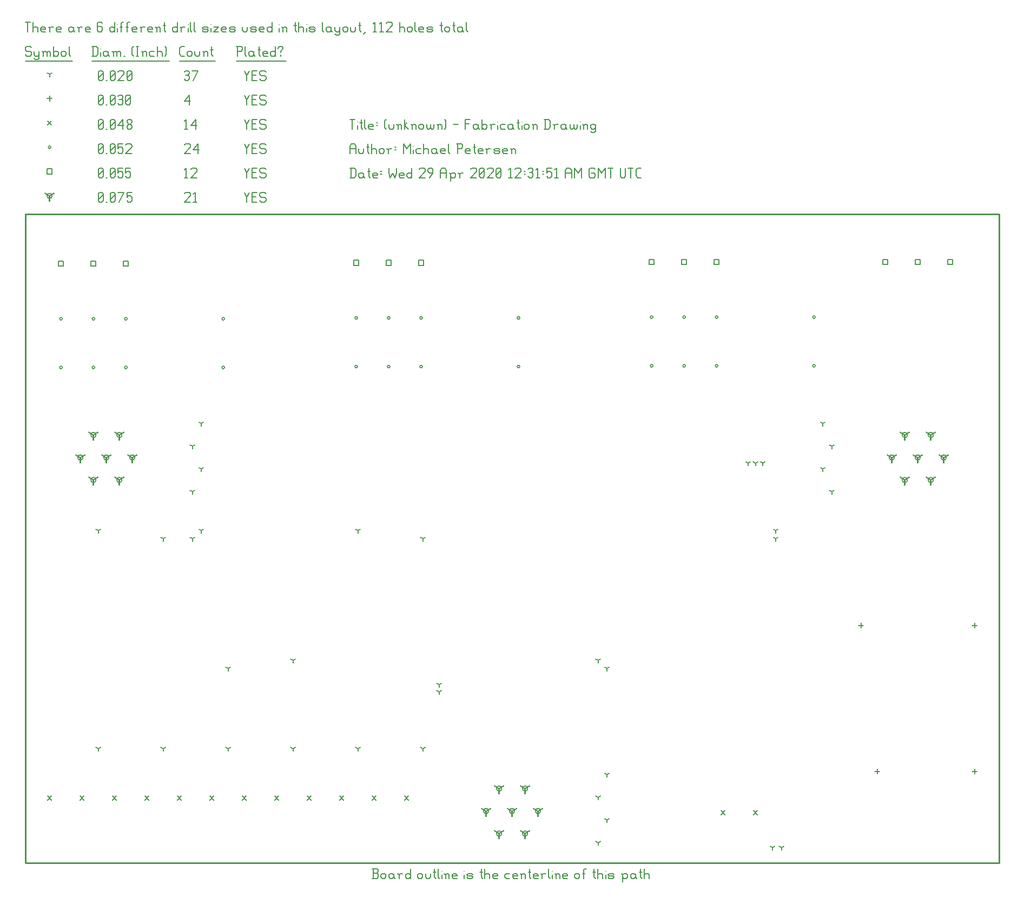
<source format=gbr>
G04 start of page 12 for group -3984 idx -3984 *
G04 Title: (unknown), fab *
G04 Creator: pcb 20140316 *
G04 CreationDate: Wed 29 Apr 2020 12:31:51 AM GMT UTC *
G04 For: railfan *
G04 Format: Gerber/RS-274X *
G04 PCB-Dimensions (mil): 6000.00 4000.00 *
G04 PCB-Coordinate-Origin: lower left *
%MOIN*%
%FSLAX25Y25*%
%LNFAB*%
%ADD84C,0.0100*%
%ADD83C,0.0075*%
%ADD82C,0.0060*%
%ADD81C,0.0001*%
%ADD80R,0.0080X0.0080*%
G54D80*X300000Y32000D02*Y28800D01*
G54D81*G36*
X299454Y32147D02*X302920Y34146D01*
X303320Y33453D01*
X299853Y31454D01*
X299454Y32147D01*
G37*
G36*
X300147Y31454D02*X296680Y33453D01*
X297080Y34146D01*
X300546Y32147D01*
X300147Y31454D01*
G37*
G54D80*X298400Y32000D02*G75*G03X301600Y32000I1600J0D01*G01*
G75*G03X298400Y32000I-1600J0D01*G01*
X308000Y45856D02*Y42656D01*
G54D81*G36*
X307453Y46003D02*X310920Y48003D01*
X311319Y47310D01*
X307853Y45310D01*
X307453Y46003D01*
G37*
G36*
X308146Y45310D02*X304680Y47310D01*
X305080Y48003D01*
X308546Y46003D01*
X308146Y45310D01*
G37*
G54D80*X306400Y45856D02*G75*G03X309600Y45856I1600J0D01*G01*
G75*G03X306400Y45856I-1600J0D01*G01*
X292000D02*Y42656D01*
G54D81*G36*
X291454Y46003D02*X294920Y48003D01*
X295320Y47310D01*
X291853Y45310D01*
X291454Y46003D01*
G37*
G36*
X292147Y45310D02*X288680Y47310D01*
X289080Y48003D01*
X292546Y46003D01*
X292147Y45310D01*
G37*
G54D80*X290400Y45856D02*G75*G03X293600Y45856I1600J0D01*G01*
G75*G03X290400Y45856I-1600J0D01*G01*
X284000Y32000D02*Y28800D01*
G54D81*G36*
X283454Y32147D02*X286920Y34147D01*
X287320Y33454D01*
X283854Y31454D01*
X283454Y32147D01*
G37*
G36*
X284147Y31454D02*X280681Y33454D01*
X281080Y34147D01*
X284547Y32147D01*
X284147Y31454D01*
G37*
G54D80*X282400Y32000D02*G75*G03X285600Y32000I1600J0D01*G01*
G75*G03X282400Y32000I-1600J0D01*G01*
X292000Y18144D02*Y14944D01*
G54D81*G36*
X291454Y18290D02*X294920Y20290D01*
X295320Y19597D01*
X291854Y17597D01*
X291454Y18290D01*
G37*
G36*
X292147Y17597D02*X288681Y19597D01*
X289080Y20290D01*
X292547Y18290D01*
X292147Y17597D01*
G37*
G54D80*X290400Y18144D02*G75*G03X293600Y18144I1600J0D01*G01*
G75*G03X290400Y18144I-1600J0D01*G01*
X308000D02*Y14944D01*
G54D81*G36*
X307454Y18290D02*X310920Y20290D01*
X311320Y19597D01*
X307853Y17597D01*
X307454Y18290D01*
G37*
G36*
X308147Y17597D02*X304680Y19597D01*
X305080Y20290D01*
X308546Y18290D01*
X308147Y17597D01*
G37*
G54D80*X306400Y18144D02*G75*G03X309600Y18144I1600J0D01*G01*
G75*G03X306400Y18144I-1600J0D01*G01*
X316000Y32000D02*Y28800D01*
G54D81*G36*
X315453Y32146D02*X318920Y34146D01*
X319319Y33453D01*
X315853Y31453D01*
X315453Y32146D01*
G37*
G36*
X316146Y31453D02*X312680Y33453D01*
X313080Y34146D01*
X316546Y32146D01*
X316146Y31453D01*
G37*
G54D80*X314400Y32000D02*G75*G03X317600Y32000I1600J0D01*G01*
G75*G03X314400Y32000I-1600J0D01*G01*
X50000Y250000D02*Y246800D01*
G54D81*G36*
X49454Y250147D02*X52920Y252146D01*
X53320Y251453D01*
X49853Y249454D01*
X49454Y250147D01*
G37*
G36*
X50147Y249454D02*X46680Y251453D01*
X47080Y252146D01*
X50546Y250147D01*
X50147Y249454D01*
G37*
G54D80*X48400Y250000D02*G75*G03X51600Y250000I1600J0D01*G01*
G75*G03X48400Y250000I-1600J0D01*G01*
X58000Y263856D02*Y260656D01*
G54D81*G36*
X57453Y264003D02*X60920Y266003D01*
X61319Y265310D01*
X57853Y263310D01*
X57453Y264003D01*
G37*
G36*
X58146Y263310D02*X54680Y265310D01*
X55080Y266003D01*
X58546Y264003D01*
X58146Y263310D01*
G37*
G54D80*X56400Y263856D02*G75*G03X59600Y263856I1600J0D01*G01*
G75*G03X56400Y263856I-1600J0D01*G01*
X42000D02*Y260656D01*
G54D81*G36*
X41454Y264003D02*X44920Y266003D01*
X45320Y265310D01*
X41853Y263310D01*
X41454Y264003D01*
G37*
G36*
X42147Y263310D02*X38680Y265310D01*
X39080Y266003D01*
X42546Y264003D01*
X42147Y263310D01*
G37*
G54D80*X40400Y263856D02*G75*G03X43600Y263856I1600J0D01*G01*
G75*G03X40400Y263856I-1600J0D01*G01*
X34000Y250000D02*Y246800D01*
G54D81*G36*
X33454Y250147D02*X36920Y252147D01*
X37320Y251454D01*
X33854Y249454D01*
X33454Y250147D01*
G37*
G36*
X34147Y249454D02*X30681Y251454D01*
X31080Y252147D01*
X34547Y250147D01*
X34147Y249454D01*
G37*
G54D80*X32400Y250000D02*G75*G03X35600Y250000I1600J0D01*G01*
G75*G03X32400Y250000I-1600J0D01*G01*
X42000Y236144D02*Y232944D01*
G54D81*G36*
X41454Y236290D02*X44920Y238290D01*
X45320Y237597D01*
X41854Y235597D01*
X41454Y236290D01*
G37*
G36*
X42147Y235597D02*X38681Y237597D01*
X39080Y238290D01*
X42547Y236290D01*
X42147Y235597D01*
G37*
G54D80*X40400Y236144D02*G75*G03X43600Y236144I1600J0D01*G01*
G75*G03X40400Y236144I-1600J0D01*G01*
X58000D02*Y232944D01*
G54D81*G36*
X57454Y236290D02*X60920Y238290D01*
X61320Y237597D01*
X57853Y235597D01*
X57454Y236290D01*
G37*
G36*
X58147Y235597D02*X54680Y237597D01*
X55080Y238290D01*
X58546Y236290D01*
X58147Y235597D01*
G37*
G54D80*X56400Y236144D02*G75*G03X59600Y236144I1600J0D01*G01*
G75*G03X56400Y236144I-1600J0D01*G01*
X66000Y250000D02*Y246800D01*
G54D81*G36*
X65453Y250146D02*X68920Y252146D01*
X69319Y251453D01*
X65853Y249453D01*
X65453Y250146D01*
G37*
G36*
X66146Y249453D02*X62680Y251453D01*
X63080Y252146D01*
X66546Y250146D01*
X66146Y249453D01*
G37*
G54D80*X64400Y250000D02*G75*G03X67600Y250000I1600J0D01*G01*
G75*G03X64400Y250000I-1600J0D01*G01*
X550000Y250000D02*Y246800D01*
G54D81*G36*
X549454Y250147D02*X552920Y252146D01*
X553320Y251453D01*
X549853Y249454D01*
X549454Y250147D01*
G37*
G36*
X550147Y249454D02*X546680Y251453D01*
X547080Y252146D01*
X550546Y250147D01*
X550147Y249454D01*
G37*
G54D80*X548400Y250000D02*G75*G03X551600Y250000I1600J0D01*G01*
G75*G03X548400Y250000I-1600J0D01*G01*
X558000Y263856D02*Y260656D01*
G54D81*G36*
X557453Y264003D02*X560920Y266003D01*
X561319Y265310D01*
X557853Y263310D01*
X557453Y264003D01*
G37*
G36*
X558146Y263310D02*X554680Y265310D01*
X555080Y266003D01*
X558546Y264003D01*
X558146Y263310D01*
G37*
G54D80*X556400Y263856D02*G75*G03X559600Y263856I1600J0D01*G01*
G75*G03X556400Y263856I-1600J0D01*G01*
X542000D02*Y260656D01*
G54D81*G36*
X541454Y264003D02*X544920Y266003D01*
X545320Y265310D01*
X541853Y263310D01*
X541454Y264003D01*
G37*
G36*
X542147Y263310D02*X538680Y265310D01*
X539080Y266003D01*
X542546Y264003D01*
X542147Y263310D01*
G37*
G54D80*X540400Y263856D02*G75*G03X543600Y263856I1600J0D01*G01*
G75*G03X540400Y263856I-1600J0D01*G01*
X534000Y250000D02*Y246800D01*
G54D81*G36*
X533454Y250147D02*X536920Y252147D01*
X537320Y251454D01*
X533854Y249454D01*
X533454Y250147D01*
G37*
G36*
X534147Y249454D02*X530681Y251454D01*
X531080Y252147D01*
X534547Y250147D01*
X534147Y249454D01*
G37*
G54D80*X532400Y250000D02*G75*G03X535600Y250000I1600J0D01*G01*
G75*G03X532400Y250000I-1600J0D01*G01*
X542000Y236144D02*Y232944D01*
G54D81*G36*
X541454Y236290D02*X544920Y238290D01*
X545320Y237597D01*
X541854Y235597D01*
X541454Y236290D01*
G37*
G36*
X542147Y235597D02*X538681Y237597D01*
X539080Y238290D01*
X542547Y236290D01*
X542147Y235597D01*
G37*
G54D80*X540400Y236144D02*G75*G03X543600Y236144I1600J0D01*G01*
G75*G03X540400Y236144I-1600J0D01*G01*
X558000D02*Y232944D01*
G54D81*G36*
X557454Y236290D02*X560920Y238290D01*
X561320Y237597D01*
X557853Y235597D01*
X557454Y236290D01*
G37*
G36*
X558147Y235597D02*X554680Y237597D01*
X555080Y238290D01*
X558546Y236290D01*
X558147Y235597D01*
G37*
G54D80*X556400Y236144D02*G75*G03X559600Y236144I1600J0D01*G01*
G75*G03X556400Y236144I-1600J0D01*G01*
X566000Y250000D02*Y246800D01*
G54D81*G36*
X565453Y250146D02*X568920Y252146D01*
X569319Y251453D01*
X565853Y249453D01*
X565453Y250146D01*
G37*
G36*
X566146Y249453D02*X562680Y251453D01*
X563080Y252146D01*
X566546Y250146D01*
X566146Y249453D01*
G37*
G54D80*X564400Y250000D02*G75*G03X567600Y250000I1600J0D01*G01*
G75*G03X564400Y250000I-1600J0D01*G01*
X15000Y411250D02*Y408050D01*
G54D81*G36*
X14454Y411397D02*X17920Y413396D01*
X18320Y412703D01*
X14853Y410704D01*
X14454Y411397D01*
G37*
G36*
X15147Y410704D02*X11680Y412703D01*
X12080Y413396D01*
X15546Y411397D01*
X15147Y410704D01*
G37*
G54D80*X13400Y411250D02*G75*G03X16600Y411250I1600J0D01*G01*
G75*G03X13400Y411250I-1600J0D01*G01*
G54D82*X135000Y413500D02*X136500Y410500D01*
X138000Y413500D01*
X136500Y410500D02*Y407500D01*
X139800Y410800D02*X142050D01*
X139800Y407500D02*X142800D01*
X139800Y413500D02*Y407500D01*
Y413500D02*X142800D01*
X147600D02*X148350Y412750D01*
X145350Y413500D02*X147600D01*
X144600Y412750D02*X145350Y413500D01*
X144600Y412750D02*Y411250D01*
X145350Y410500D01*
X147600D01*
X148350Y409750D01*
Y408250D01*
X147600Y407500D02*X148350Y408250D01*
X145350Y407500D02*X147600D01*
X144600Y408250D02*X145350Y407500D01*
X98000Y412750D02*X98750Y413500D01*
X101000D01*
X101750Y412750D01*
Y411250D01*
X98000Y407500D02*X101750Y411250D01*
X98000Y407500D02*X101750D01*
X103550Y412300D02*X104750Y413500D01*
Y407500D01*
X103550D02*X105800D01*
X45000Y408250D02*X45750Y407500D01*
X45000Y412750D02*Y408250D01*
Y412750D02*X45750Y413500D01*
X47250D01*
X48000Y412750D01*
Y408250D01*
X47250Y407500D02*X48000Y408250D01*
X45750Y407500D02*X47250D01*
X45000Y409000D02*X48000Y412000D01*
X49800Y407500D02*X50550D01*
X52350Y408250D02*X53100Y407500D01*
X52350Y412750D02*Y408250D01*
Y412750D02*X53100Y413500D01*
X54600D01*
X55350Y412750D01*
Y408250D01*
X54600Y407500D02*X55350Y408250D01*
X53100Y407500D02*X54600D01*
X52350Y409000D02*X55350Y412000D01*
X57900Y407500D02*X60900Y413500D01*
X57150D02*X60900D01*
X62700D02*X65700D01*
X62700D02*Y410500D01*
X63450Y411250D01*
X64950D01*
X65700Y410500D01*
Y408250D01*
X64950Y407500D02*X65700Y408250D01*
X63450Y407500D02*X64950D01*
X62700Y408250D02*X63450Y407500D01*
X60400Y371100D02*X63600D01*
X60400D02*Y367900D01*
X63600D01*
Y371100D02*Y367900D01*
X40400Y371100D02*X43600D01*
X40400D02*Y367900D01*
X43600D01*
Y371100D02*Y367900D01*
X20400Y371100D02*X23600D01*
X20400D02*Y367900D01*
X23600D01*
Y371100D02*Y367900D01*
X242400Y371600D02*X245600D01*
X242400D02*Y368400D01*
X245600D01*
Y371600D02*Y368400D01*
X222400Y371600D02*X225600D01*
X222400D02*Y368400D01*
X225600D01*
Y371600D02*Y368400D01*
X202400Y371600D02*X205600D01*
X202400D02*Y368400D01*
X205600D01*
Y371600D02*Y368400D01*
X424400Y372100D02*X427600D01*
X424400D02*Y368900D01*
X427600D01*
Y372100D02*Y368900D01*
X404400Y372100D02*X407600D01*
X404400D02*Y368900D01*
X407600D01*
Y372100D02*Y368900D01*
X384400Y372100D02*X387600D01*
X384400D02*Y368900D01*
X387600D01*
Y372100D02*Y368900D01*
X568400Y372100D02*X571600D01*
X568400D02*Y368900D01*
X571600D01*
Y372100D02*Y368900D01*
X548400Y372100D02*X551600D01*
X548400D02*Y368900D01*
X551600D01*
Y372100D02*Y368900D01*
X528400Y372100D02*X531600D01*
X528400D02*Y368900D01*
X531600D01*
Y372100D02*Y368900D01*
X13400Y427850D02*X16600D01*
X13400D02*Y424650D01*
X16600D01*
Y427850D02*Y424650D01*
X135000Y428500D02*X136500Y425500D01*
X138000Y428500D01*
X136500Y425500D02*Y422500D01*
X139800Y425800D02*X142050D01*
X139800Y422500D02*X142800D01*
X139800Y428500D02*Y422500D01*
Y428500D02*X142800D01*
X147600D02*X148350Y427750D01*
X145350Y428500D02*X147600D01*
X144600Y427750D02*X145350Y428500D01*
X144600Y427750D02*Y426250D01*
X145350Y425500D01*
X147600D01*
X148350Y424750D01*
Y423250D01*
X147600Y422500D02*X148350Y423250D01*
X145350Y422500D02*X147600D01*
X144600Y423250D02*X145350Y422500D01*
X98000Y427300D02*X99200Y428500D01*
Y422500D01*
X98000D02*X100250D01*
X102050Y427750D02*X102800Y428500D01*
X105050D01*
X105800Y427750D01*
Y426250D01*
X102050Y422500D02*X105800Y426250D01*
X102050Y422500D02*X105800D01*
X45000Y423250D02*X45750Y422500D01*
X45000Y427750D02*Y423250D01*
Y427750D02*X45750Y428500D01*
X47250D01*
X48000Y427750D01*
Y423250D01*
X47250Y422500D02*X48000Y423250D01*
X45750Y422500D02*X47250D01*
X45000Y424000D02*X48000Y427000D01*
X49800Y422500D02*X50550D01*
X52350Y423250D02*X53100Y422500D01*
X52350Y427750D02*Y423250D01*
Y427750D02*X53100Y428500D01*
X54600D01*
X55350Y427750D01*
Y423250D01*
X54600Y422500D02*X55350Y423250D01*
X53100Y422500D02*X54600D01*
X52350Y424000D02*X55350Y427000D01*
X57150Y428500D02*X60150D01*
X57150D02*Y425500D01*
X57900Y426250D01*
X59400D01*
X60150Y425500D01*
Y423250D01*
X59400Y422500D02*X60150Y423250D01*
X57900Y422500D02*X59400D01*
X57150Y423250D02*X57900Y422500D01*
X61950Y428500D02*X64950D01*
X61950D02*Y425500D01*
X62700Y426250D01*
X64200D01*
X64950Y425500D01*
Y423250D01*
X64200Y422500D02*X64950Y423250D01*
X62700Y422500D02*X64200D01*
X61950Y423250D02*X62700Y422500D01*
X121200Y335500D02*G75*G03X122800Y335500I800J0D01*G01*
G75*G03X121200Y335500I-800J0D01*G01*
X61200D02*G75*G03X62800Y335500I800J0D01*G01*
G75*G03X61200Y335500I-800J0D01*G01*
X41200D02*G75*G03X42800Y335500I800J0D01*G01*
G75*G03X41200Y335500I-800J0D01*G01*
X21200D02*G75*G03X22800Y335500I800J0D01*G01*
G75*G03X21200Y335500I-800J0D01*G01*
Y305500D02*G75*G03X22800Y305500I800J0D01*G01*
G75*G03X21200Y305500I-800J0D01*G01*
X41200D02*G75*G03X42800Y305500I800J0D01*G01*
G75*G03X41200Y305500I-800J0D01*G01*
X61200D02*G75*G03X62800Y305500I800J0D01*G01*
G75*G03X61200Y305500I-800J0D01*G01*
X121200D02*G75*G03X122800Y305500I800J0D01*G01*
G75*G03X121200Y305500I-800J0D01*G01*
X303200Y336000D02*G75*G03X304800Y336000I800J0D01*G01*
G75*G03X303200Y336000I-800J0D01*G01*
X243200D02*G75*G03X244800Y336000I800J0D01*G01*
G75*G03X243200Y336000I-800J0D01*G01*
X223200D02*G75*G03X224800Y336000I800J0D01*G01*
G75*G03X223200Y336000I-800J0D01*G01*
X203200D02*G75*G03X204800Y336000I800J0D01*G01*
G75*G03X203200Y336000I-800J0D01*G01*
Y306000D02*G75*G03X204800Y306000I800J0D01*G01*
G75*G03X203200Y306000I-800J0D01*G01*
X223200D02*G75*G03X224800Y306000I800J0D01*G01*
G75*G03X223200Y306000I-800J0D01*G01*
X243200D02*G75*G03X244800Y306000I800J0D01*G01*
G75*G03X243200Y306000I-800J0D01*G01*
X303200D02*G75*G03X304800Y306000I800J0D01*G01*
G75*G03X303200Y306000I-800J0D01*G01*
X485200Y336500D02*G75*G03X486800Y336500I800J0D01*G01*
G75*G03X485200Y336500I-800J0D01*G01*
X425200D02*G75*G03X426800Y336500I800J0D01*G01*
G75*G03X425200Y336500I-800J0D01*G01*
X405200D02*G75*G03X406800Y336500I800J0D01*G01*
G75*G03X405200Y336500I-800J0D01*G01*
X385200D02*G75*G03X386800Y336500I800J0D01*G01*
G75*G03X385200Y336500I-800J0D01*G01*
Y306500D02*G75*G03X386800Y306500I800J0D01*G01*
G75*G03X385200Y306500I-800J0D01*G01*
X405200D02*G75*G03X406800Y306500I800J0D01*G01*
G75*G03X405200Y306500I-800J0D01*G01*
X425200D02*G75*G03X426800Y306500I800J0D01*G01*
G75*G03X425200Y306500I-800J0D01*G01*
X485200D02*G75*G03X486800Y306500I800J0D01*G01*
G75*G03X485200Y306500I-800J0D01*G01*
X14200Y441250D02*G75*G03X15800Y441250I800J0D01*G01*
G75*G03X14200Y441250I-800J0D01*G01*
X135000Y443500D02*X136500Y440500D01*
X138000Y443500D01*
X136500Y440500D02*Y437500D01*
X139800Y440800D02*X142050D01*
X139800Y437500D02*X142800D01*
X139800Y443500D02*Y437500D01*
Y443500D02*X142800D01*
X147600D02*X148350Y442750D01*
X145350Y443500D02*X147600D01*
X144600Y442750D02*X145350Y443500D01*
X144600Y442750D02*Y441250D01*
X145350Y440500D01*
X147600D01*
X148350Y439750D01*
Y438250D01*
X147600Y437500D02*X148350Y438250D01*
X145350Y437500D02*X147600D01*
X144600Y438250D02*X145350Y437500D01*
X98000Y442750D02*X98750Y443500D01*
X101000D01*
X101750Y442750D01*
Y441250D01*
X98000Y437500D02*X101750Y441250D01*
X98000Y437500D02*X101750D01*
X103550Y439750D02*X106550Y443500D01*
X103550Y439750D02*X107300D01*
X106550Y443500D02*Y437500D01*
X45000Y438250D02*X45750Y437500D01*
X45000Y442750D02*Y438250D01*
Y442750D02*X45750Y443500D01*
X47250D01*
X48000Y442750D01*
Y438250D01*
X47250Y437500D02*X48000Y438250D01*
X45750Y437500D02*X47250D01*
X45000Y439000D02*X48000Y442000D01*
X49800Y437500D02*X50550D01*
X52350Y438250D02*X53100Y437500D01*
X52350Y442750D02*Y438250D01*
Y442750D02*X53100Y443500D01*
X54600D01*
X55350Y442750D01*
Y438250D01*
X54600Y437500D02*X55350Y438250D01*
X53100Y437500D02*X54600D01*
X52350Y439000D02*X55350Y442000D01*
X57150Y443500D02*X60150D01*
X57150D02*Y440500D01*
X57900Y441250D01*
X59400D01*
X60150Y440500D01*
Y438250D01*
X59400Y437500D02*X60150Y438250D01*
X57900Y437500D02*X59400D01*
X57150Y438250D02*X57900Y437500D01*
X61950Y442750D02*X62700Y443500D01*
X64950D01*
X65700Y442750D01*
Y441250D01*
X61950Y437500D02*X65700Y441250D01*
X61950Y437500D02*X65700D01*
X428800Y32200D02*X431200Y29800D01*
X428800D02*X431200Y32200D01*
X448800D02*X451200Y29800D01*
X448800D02*X451200Y32200D01*
X53800Y41200D02*X56200Y38800D01*
X53800D02*X56200Y41200D01*
X73800D02*X76200Y38800D01*
X73800D02*X76200Y41200D01*
X13800D02*X16200Y38800D01*
X13800D02*X16200Y41200D01*
X33800D02*X36200Y38800D01*
X33800D02*X36200Y41200D01*
X133800D02*X136200Y38800D01*
X133800D02*X136200Y41200D01*
X153800D02*X156200Y38800D01*
X153800D02*X156200Y41200D01*
X93800D02*X96200Y38800D01*
X93800D02*X96200Y41200D01*
X113800D02*X116200Y38800D01*
X113800D02*X116200Y41200D01*
X213800D02*X216200Y38800D01*
X213800D02*X216200Y41200D01*
X233800D02*X236200Y38800D01*
X233800D02*X236200Y41200D01*
X173800D02*X176200Y38800D01*
X173800D02*X176200Y41200D01*
X193800D02*X196200Y38800D01*
X193800D02*X196200Y41200D01*
X13800Y457450D02*X16200Y455050D01*
X13800D02*X16200Y457450D01*
X135000Y458500D02*X136500Y455500D01*
X138000Y458500D01*
X136500Y455500D02*Y452500D01*
X139800Y455800D02*X142050D01*
X139800Y452500D02*X142800D01*
X139800Y458500D02*Y452500D01*
Y458500D02*X142800D01*
X147600D02*X148350Y457750D01*
X145350Y458500D02*X147600D01*
X144600Y457750D02*X145350Y458500D01*
X144600Y457750D02*Y456250D01*
X145350Y455500D01*
X147600D01*
X148350Y454750D01*
Y453250D01*
X147600Y452500D02*X148350Y453250D01*
X145350Y452500D02*X147600D01*
X144600Y453250D02*X145350Y452500D01*
X98000Y457300D02*X99200Y458500D01*
Y452500D01*
X98000D02*X100250D01*
X102050Y454750D02*X105050Y458500D01*
X102050Y454750D02*X105800D01*
X105050Y458500D02*Y452500D01*
X45000Y453250D02*X45750Y452500D01*
X45000Y457750D02*Y453250D01*
Y457750D02*X45750Y458500D01*
X47250D01*
X48000Y457750D01*
Y453250D01*
X47250Y452500D02*X48000Y453250D01*
X45750Y452500D02*X47250D01*
X45000Y454000D02*X48000Y457000D01*
X49800Y452500D02*X50550D01*
X52350Y453250D02*X53100Y452500D01*
X52350Y457750D02*Y453250D01*
Y457750D02*X53100Y458500D01*
X54600D01*
X55350Y457750D01*
Y453250D01*
X54600Y452500D02*X55350Y453250D01*
X53100Y452500D02*X54600D01*
X52350Y454000D02*X55350Y457000D01*
X57150Y454750D02*X60150Y458500D01*
X57150Y454750D02*X60900D01*
X60150Y458500D02*Y452500D01*
X62700Y453250D02*X63450Y452500D01*
X62700Y454450D02*Y453250D01*
Y454450D02*X63750Y455500D01*
X64650D01*
X65700Y454450D01*
Y453250D01*
X64950Y452500D02*X65700Y453250D01*
X63450Y452500D02*X64950D01*
X62700Y456550D02*X63750Y455500D01*
X62700Y457750D02*Y456550D01*
Y457750D02*X63450Y458500D01*
X64950D01*
X65700Y457750D01*
Y456550D01*
X64650Y455500D02*X65700Y456550D01*
X515000Y148100D02*Y144900D01*
X513400Y146500D02*X516600D01*
X525000Y58100D02*Y54900D01*
X523400Y56500D02*X526600D01*
X585000Y58100D02*Y54900D01*
X583400Y56500D02*X586600D01*
X585000Y148100D02*Y144900D01*
X583400Y146500D02*X586600D01*
X15000Y472850D02*Y469650D01*
X13400Y471250D02*X16600D01*
X135000Y473500D02*X136500Y470500D01*
X138000Y473500D01*
X136500Y470500D02*Y467500D01*
X139800Y470800D02*X142050D01*
X139800Y467500D02*X142800D01*
X139800Y473500D02*Y467500D01*
Y473500D02*X142800D01*
X147600D02*X148350Y472750D01*
X145350Y473500D02*X147600D01*
X144600Y472750D02*X145350Y473500D01*
X144600Y472750D02*Y471250D01*
X145350Y470500D01*
X147600D01*
X148350Y469750D01*
Y468250D01*
X147600Y467500D02*X148350Y468250D01*
X145350Y467500D02*X147600D01*
X144600Y468250D02*X145350Y467500D01*
X98000Y469750D02*X101000Y473500D01*
X98000Y469750D02*X101750D01*
X101000Y473500D02*Y467500D01*
X45000Y468250D02*X45750Y467500D01*
X45000Y472750D02*Y468250D01*
Y472750D02*X45750Y473500D01*
X47250D01*
X48000Y472750D01*
Y468250D01*
X47250Y467500D02*X48000Y468250D01*
X45750Y467500D02*X47250D01*
X45000Y469000D02*X48000Y472000D01*
X49800Y467500D02*X50550D01*
X52350Y468250D02*X53100Y467500D01*
X52350Y472750D02*Y468250D01*
Y472750D02*X53100Y473500D01*
X54600D01*
X55350Y472750D01*
Y468250D01*
X54600Y467500D02*X55350Y468250D01*
X53100Y467500D02*X54600D01*
X52350Y469000D02*X55350Y472000D01*
X57150Y472750D02*X57900Y473500D01*
X59400D01*
X60150Y472750D01*
X59400Y467500D02*X60150Y468250D01*
X57900Y467500D02*X59400D01*
X57150Y468250D02*X57900Y467500D01*
Y470800D02*X59400D01*
X60150Y472750D02*Y471550D01*
Y470050D02*Y468250D01*
Y470050D02*X59400Y470800D01*
X60150Y471550D02*X59400Y470800D01*
X61950Y468250D02*X62700Y467500D01*
X61950Y472750D02*Y468250D01*
Y472750D02*X62700Y473500D01*
X64200D01*
X64950Y472750D01*
Y468250D01*
X64200Y467500D02*X64950Y468250D01*
X62700Y467500D02*X64200D01*
X61950Y469000D02*X64950Y472000D01*
X108500Y271000D02*Y269400D01*
Y271000D02*X109887Y271800D01*
X108500Y271000D02*X107113Y271800D01*
X108500Y243000D02*Y241400D01*
Y243000D02*X109887Y243800D01*
X108500Y243000D02*X107113Y243800D01*
X103000Y257000D02*Y255400D01*
Y257000D02*X104387Y257800D01*
X103000Y257000D02*X101613Y257800D01*
X103000Y229000D02*Y227400D01*
Y229000D02*X104387Y229800D01*
X103000Y229000D02*X101613Y229800D01*
X491500Y271000D02*Y269400D01*
Y271000D02*X492887Y271800D01*
X491500Y271000D02*X490113Y271800D01*
X491500Y243000D02*Y241400D01*
Y243000D02*X492887Y243800D01*
X491500Y243000D02*X490113Y243800D01*
X497000Y257000D02*Y255400D01*
Y257000D02*X498387Y257800D01*
X497000Y257000D02*X495613Y257800D01*
X497000Y229000D02*Y227400D01*
Y229000D02*X498387Y229800D01*
X497000Y229000D02*X495613Y229800D01*
X460500Y9500D02*Y7900D01*
Y9500D02*X461887Y10300D01*
X460500Y9500D02*X459113Y10300D01*
X466000Y9500D02*Y7900D01*
Y9500D02*X467387Y10300D01*
X466000Y9500D02*X464613Y10300D01*
X45000Y70500D02*Y68900D01*
Y70500D02*X46387Y71300D01*
X45000Y70500D02*X43613Y71300D01*
X45000Y205000D02*Y203400D01*
Y205000D02*X46387Y205800D01*
X45000Y205000D02*X43613Y205800D01*
X108500Y205000D02*Y203400D01*
Y205000D02*X109887Y205800D01*
X108500Y205000D02*X107113Y205800D01*
X85000Y70500D02*Y68900D01*
Y70500D02*X86387Y71300D01*
X85000Y70500D02*X83613Y71300D01*
X85000Y200000D02*Y198400D01*
Y200000D02*X86387Y200800D01*
X85000Y200000D02*X83613Y200800D01*
X103000Y200000D02*Y198400D01*
Y200000D02*X104387Y200800D01*
X103000Y200000D02*X101613Y200800D01*
X125000Y70500D02*Y68900D01*
Y70500D02*X126387Y71300D01*
X125000Y70500D02*X123613Y71300D01*
X165000Y70500D02*Y68900D01*
Y70500D02*X166387Y71300D01*
X165000Y70500D02*X163613Y71300D01*
X205000Y70500D02*Y68900D01*
Y70500D02*X206387Y71300D01*
X205000Y70500D02*X203613Y71300D01*
X245000Y70500D02*Y68900D01*
Y70500D02*X246387Y71300D01*
X245000Y70500D02*X243613Y71300D01*
X125000Y120000D02*Y118400D01*
Y120000D02*X126387Y120800D01*
X125000Y120000D02*X123613Y120800D01*
X358500Y120000D02*Y118400D01*
Y120000D02*X359887Y120800D01*
X358500Y120000D02*X357113Y120800D01*
X165000Y125000D02*Y123400D01*
Y125000D02*X166387Y125800D01*
X165000Y125000D02*X163613Y125800D01*
X353000Y125000D02*Y123400D01*
Y125000D02*X354387Y125800D01*
X353000Y125000D02*X351613Y125800D01*
X205000Y205000D02*Y203400D01*
Y205000D02*X206387Y205800D01*
X205000Y205000D02*X203613Y205800D01*
X245000Y200000D02*Y198400D01*
Y200000D02*X246387Y200800D01*
X245000Y200000D02*X243613Y200800D01*
X445500Y246500D02*Y244900D01*
Y246500D02*X446887Y247300D01*
X445500Y246500D02*X444113Y247300D01*
X450000Y246500D02*Y244900D01*
Y246500D02*X451387Y247300D01*
X450000Y246500D02*X448613Y247300D01*
X454500Y246500D02*Y244900D01*
Y246500D02*X455887Y247300D01*
X454500Y246500D02*X453113Y247300D01*
X255000Y110000D02*Y108400D01*
Y110000D02*X256387Y110800D01*
X255000Y110000D02*X253613Y110800D01*
X255000Y105500D02*Y103900D01*
Y105500D02*X256387Y106300D01*
X255000Y105500D02*X253613Y106300D01*
X462500Y205000D02*Y203400D01*
Y205000D02*X463887Y205800D01*
X462500Y205000D02*X461113Y205800D01*
X462500Y200000D02*Y198400D01*
Y200000D02*X463887Y200800D01*
X462500Y200000D02*X461113Y200800D01*
X358500Y54500D02*Y52900D01*
Y54500D02*X359887Y55300D01*
X358500Y54500D02*X357113Y55300D01*
X358500Y26500D02*Y24900D01*
Y26500D02*X359887Y27300D01*
X358500Y26500D02*X357113Y27300D01*
X353000Y40500D02*Y38900D01*
Y40500D02*X354387Y41300D01*
X353000Y40500D02*X351613Y41300D01*
X353000Y12500D02*Y10900D01*
Y12500D02*X354387Y13300D01*
X353000Y12500D02*X351613Y13300D01*
X15000Y486250D02*Y484650D01*
Y486250D02*X16387Y487050D01*
X15000Y486250D02*X13613Y487050D01*
X135000Y488500D02*X136500Y485500D01*
X138000Y488500D01*
X136500Y485500D02*Y482500D01*
X139800Y485800D02*X142050D01*
X139800Y482500D02*X142800D01*
X139800Y488500D02*Y482500D01*
Y488500D02*X142800D01*
X147600D02*X148350Y487750D01*
X145350Y488500D02*X147600D01*
X144600Y487750D02*X145350Y488500D01*
X144600Y487750D02*Y486250D01*
X145350Y485500D01*
X147600D01*
X148350Y484750D01*
Y483250D01*
X147600Y482500D02*X148350Y483250D01*
X145350Y482500D02*X147600D01*
X144600Y483250D02*X145350Y482500D01*
X98000Y487750D02*X98750Y488500D01*
X100250D01*
X101000Y487750D01*
X100250Y482500D02*X101000Y483250D01*
X98750Y482500D02*X100250D01*
X98000Y483250D02*X98750Y482500D01*
Y485800D02*X100250D01*
X101000Y487750D02*Y486550D01*
Y485050D02*Y483250D01*
Y485050D02*X100250Y485800D01*
X101000Y486550D02*X100250Y485800D01*
X103550Y482500D02*X106550Y488500D01*
X102800D02*X106550D01*
X45000Y483250D02*X45750Y482500D01*
X45000Y487750D02*Y483250D01*
Y487750D02*X45750Y488500D01*
X47250D01*
X48000Y487750D01*
Y483250D01*
X47250Y482500D02*X48000Y483250D01*
X45750Y482500D02*X47250D01*
X45000Y484000D02*X48000Y487000D01*
X49800Y482500D02*X50550D01*
X52350Y483250D02*X53100Y482500D01*
X52350Y487750D02*Y483250D01*
Y487750D02*X53100Y488500D01*
X54600D01*
X55350Y487750D01*
Y483250D01*
X54600Y482500D02*X55350Y483250D01*
X53100Y482500D02*X54600D01*
X52350Y484000D02*X55350Y487000D01*
X57150Y487750D02*X57900Y488500D01*
X60150D01*
X60900Y487750D01*
Y486250D01*
X57150Y482500D02*X60900Y486250D01*
X57150Y482500D02*X60900D01*
X62700Y483250D02*X63450Y482500D01*
X62700Y487750D02*Y483250D01*
Y487750D02*X63450Y488500D01*
X64950D01*
X65700Y487750D01*
Y483250D01*
X64950Y482500D02*X65700Y483250D01*
X63450Y482500D02*X64950D01*
X62700Y484000D02*X65700Y487000D01*
X3000Y503500D02*X3750Y502750D01*
X750Y503500D02*X3000D01*
X0Y502750D02*X750Y503500D01*
X0Y502750D02*Y501250D01*
X750Y500500D01*
X3000D01*
X3750Y499750D01*
Y498250D01*
X3000Y497500D02*X3750Y498250D01*
X750Y497500D02*X3000D01*
X0Y498250D02*X750Y497500D01*
X5550Y500500D02*Y498250D01*
X6300Y497500D01*
X8550Y500500D02*Y496000D01*
X7800Y495250D02*X8550Y496000D01*
X6300Y495250D02*X7800D01*
X5550Y496000D02*X6300Y495250D01*
Y497500D02*X7800D01*
X8550Y498250D01*
X11100Y499750D02*Y497500D01*
Y499750D02*X11850Y500500D01*
X12600D01*
X13350Y499750D01*
Y497500D01*
Y499750D02*X14100Y500500D01*
X14850D01*
X15600Y499750D01*
Y497500D01*
X10350Y500500D02*X11100Y499750D01*
X17400Y503500D02*Y497500D01*
Y498250D02*X18150Y497500D01*
X19650D01*
X20400Y498250D01*
Y499750D02*Y498250D01*
X19650Y500500D02*X20400Y499750D01*
X18150Y500500D02*X19650D01*
X17400Y499750D02*X18150Y500500D01*
X22200Y499750D02*Y498250D01*
Y499750D02*X22950Y500500D01*
X24450D01*
X25200Y499750D01*
Y498250D01*
X24450Y497500D02*X25200Y498250D01*
X22950Y497500D02*X24450D01*
X22200Y498250D02*X22950Y497500D01*
X27000Y503500D02*Y498250D01*
X27750Y497500D01*
X0Y494250D02*X29250D01*
X41750Y503500D02*Y497500D01*
X43700Y503500D02*X44750Y502450D01*
Y498550D01*
X43700Y497500D02*X44750Y498550D01*
X41000Y497500D02*X43700D01*
X41000Y503500D02*X43700D01*
G54D83*X46550Y502000D02*Y501850D01*
G54D82*Y499750D02*Y497500D01*
X50300Y500500D02*X51050Y499750D01*
X48800Y500500D02*X50300D01*
X48050Y499750D02*X48800Y500500D01*
X48050Y499750D02*Y498250D01*
X48800Y497500D01*
X51050Y500500D02*Y498250D01*
X51800Y497500D01*
X48800D02*X50300D01*
X51050Y498250D01*
X54350Y499750D02*Y497500D01*
Y499750D02*X55100Y500500D01*
X55850D01*
X56600Y499750D01*
Y497500D01*
Y499750D02*X57350Y500500D01*
X58100D01*
X58850Y499750D01*
Y497500D01*
X53600Y500500D02*X54350Y499750D01*
X60650Y497500D02*X61400D01*
X65900Y498250D02*X66650Y497500D01*
X65900Y502750D02*X66650Y503500D01*
X65900Y502750D02*Y498250D01*
X68450Y503500D02*X69950D01*
X69200D02*Y497500D01*
X68450D02*X69950D01*
X72500Y499750D02*Y497500D01*
Y499750D02*X73250Y500500D01*
X74000D01*
X74750Y499750D01*
Y497500D01*
X71750Y500500D02*X72500Y499750D01*
X77300Y500500D02*X79550D01*
X76550Y499750D02*X77300Y500500D01*
X76550Y499750D02*Y498250D01*
X77300Y497500D01*
X79550D01*
X81350Y503500D02*Y497500D01*
Y499750D02*X82100Y500500D01*
X83600D01*
X84350Y499750D01*
Y497500D01*
X86150Y503500D02*X86900Y502750D01*
Y498250D01*
X86150Y497500D02*X86900Y498250D01*
X41000Y494250D02*X88700D01*
X96050Y497500D02*X98000D01*
X95000Y498550D02*X96050Y497500D01*
X95000Y502450D02*Y498550D01*
Y502450D02*X96050Y503500D01*
X98000D01*
X99800Y499750D02*Y498250D01*
Y499750D02*X100550Y500500D01*
X102050D01*
X102800Y499750D01*
Y498250D01*
X102050Y497500D02*X102800Y498250D01*
X100550Y497500D02*X102050D01*
X99800Y498250D02*X100550Y497500D01*
X104600Y500500D02*Y498250D01*
X105350Y497500D01*
X106850D01*
X107600Y498250D01*
Y500500D02*Y498250D01*
X110150Y499750D02*Y497500D01*
Y499750D02*X110900Y500500D01*
X111650D01*
X112400Y499750D01*
Y497500D01*
X109400Y500500D02*X110150Y499750D01*
X114950Y503500D02*Y498250D01*
X115700Y497500D01*
X114200Y501250D02*X115700D01*
X95000Y494250D02*X117200D01*
X130750Y503500D02*Y497500D01*
X130000Y503500D02*X133000D01*
X133750Y502750D01*
Y501250D01*
X133000Y500500D02*X133750Y501250D01*
X130750Y500500D02*X133000D01*
X135550Y503500D02*Y498250D01*
X136300Y497500D01*
X140050Y500500D02*X140800Y499750D01*
X138550Y500500D02*X140050D01*
X137800Y499750D02*X138550Y500500D01*
X137800Y499750D02*Y498250D01*
X138550Y497500D01*
X140800Y500500D02*Y498250D01*
X141550Y497500D01*
X138550D02*X140050D01*
X140800Y498250D01*
X144100Y503500D02*Y498250D01*
X144850Y497500D01*
X143350Y501250D02*X144850D01*
X147100Y497500D02*X149350D01*
X146350Y498250D02*X147100Y497500D01*
X146350Y499750D02*Y498250D01*
Y499750D02*X147100Y500500D01*
X148600D01*
X149350Y499750D01*
X146350Y499000D02*X149350D01*
Y499750D02*Y499000D01*
X154150Y503500D02*Y497500D01*
X153400D02*X154150Y498250D01*
X151900Y497500D02*X153400D01*
X151150Y498250D02*X151900Y497500D01*
X151150Y499750D02*Y498250D01*
Y499750D02*X151900Y500500D01*
X153400D01*
X154150Y499750D01*
X157450Y500500D02*Y499750D01*
Y498250D02*Y497500D01*
X155950Y502750D02*Y502000D01*
Y502750D02*X156700Y503500D01*
X158200D01*
X158950Y502750D01*
Y502000D01*
X157450Y500500D02*X158950Y502000D01*
X130000Y494250D02*X160750D01*
X0Y518500D02*X3000D01*
X1500D02*Y512500D01*
X4800Y518500D02*Y512500D01*
Y514750D02*X5550Y515500D01*
X7050D01*
X7800Y514750D01*
Y512500D01*
X10350D02*X12600D01*
X9600Y513250D02*X10350Y512500D01*
X9600Y514750D02*Y513250D01*
Y514750D02*X10350Y515500D01*
X11850D01*
X12600Y514750D01*
X9600Y514000D02*X12600D01*
Y514750D02*Y514000D01*
X15150Y514750D02*Y512500D01*
Y514750D02*X15900Y515500D01*
X17400D01*
X14400D02*X15150Y514750D01*
X19950Y512500D02*X22200D01*
X19200Y513250D02*X19950Y512500D01*
X19200Y514750D02*Y513250D01*
Y514750D02*X19950Y515500D01*
X21450D01*
X22200Y514750D01*
X19200Y514000D02*X22200D01*
Y514750D02*Y514000D01*
X28950Y515500D02*X29700Y514750D01*
X27450Y515500D02*X28950D01*
X26700Y514750D02*X27450Y515500D01*
X26700Y514750D02*Y513250D01*
X27450Y512500D01*
X29700Y515500D02*Y513250D01*
X30450Y512500D01*
X27450D02*X28950D01*
X29700Y513250D01*
X33000Y514750D02*Y512500D01*
Y514750D02*X33750Y515500D01*
X35250D01*
X32250D02*X33000Y514750D01*
X37800Y512500D02*X40050D01*
X37050Y513250D02*X37800Y512500D01*
X37050Y514750D02*Y513250D01*
Y514750D02*X37800Y515500D01*
X39300D01*
X40050Y514750D01*
X37050Y514000D02*X40050D01*
Y514750D02*Y514000D01*
X46800Y518500D02*X47550Y517750D01*
X45300Y518500D02*X46800D01*
X44550Y517750D02*X45300Y518500D01*
X44550Y517750D02*Y513250D01*
X45300Y512500D01*
X46800Y515800D02*X47550Y515050D01*
X44550Y515800D02*X46800D01*
X45300Y512500D02*X46800D01*
X47550Y513250D01*
Y515050D02*Y513250D01*
X55050Y518500D02*Y512500D01*
X54300D02*X55050Y513250D01*
X52800Y512500D02*X54300D01*
X52050Y513250D02*X52800Y512500D01*
X52050Y514750D02*Y513250D01*
Y514750D02*X52800Y515500D01*
X54300D01*
X55050Y514750D01*
G54D83*X56850Y517000D02*Y516850D01*
G54D82*Y514750D02*Y512500D01*
X59100Y517750D02*Y512500D01*
Y517750D02*X59850Y518500D01*
X60600D01*
X58350Y515500D02*X59850D01*
X62850Y517750D02*Y512500D01*
Y517750D02*X63600Y518500D01*
X64350D01*
X62100Y515500D02*X63600D01*
X66600Y512500D02*X68850D01*
X65850Y513250D02*X66600Y512500D01*
X65850Y514750D02*Y513250D01*
Y514750D02*X66600Y515500D01*
X68100D01*
X68850Y514750D01*
X65850Y514000D02*X68850D01*
Y514750D02*Y514000D01*
X71400Y514750D02*Y512500D01*
Y514750D02*X72150Y515500D01*
X73650D01*
X70650D02*X71400Y514750D01*
X76200Y512500D02*X78450D01*
X75450Y513250D02*X76200Y512500D01*
X75450Y514750D02*Y513250D01*
Y514750D02*X76200Y515500D01*
X77700D01*
X78450Y514750D01*
X75450Y514000D02*X78450D01*
Y514750D02*Y514000D01*
X81000Y514750D02*Y512500D01*
Y514750D02*X81750Y515500D01*
X82500D01*
X83250Y514750D01*
Y512500D01*
X80250Y515500D02*X81000Y514750D01*
X85800Y518500D02*Y513250D01*
X86550Y512500D01*
X85050Y516250D02*X86550D01*
X93750Y518500D02*Y512500D01*
X93000D02*X93750Y513250D01*
X91500Y512500D02*X93000D01*
X90750Y513250D02*X91500Y512500D01*
X90750Y514750D02*Y513250D01*
Y514750D02*X91500Y515500D01*
X93000D01*
X93750Y514750D01*
X96300D02*Y512500D01*
Y514750D02*X97050Y515500D01*
X98550D01*
X95550D02*X96300Y514750D01*
G54D83*X100350Y517000D02*Y516850D01*
G54D82*Y514750D02*Y512500D01*
X101850Y518500D02*Y513250D01*
X102600Y512500D01*
X104100Y518500D02*Y513250D01*
X104850Y512500D01*
X109800D02*X112050D01*
X112800Y513250D01*
X112050Y514000D02*X112800Y513250D01*
X109800Y514000D02*X112050D01*
X109050Y514750D02*X109800Y514000D01*
X109050Y514750D02*X109800Y515500D01*
X112050D01*
X112800Y514750D01*
X109050Y513250D02*X109800Y512500D01*
G54D83*X114600Y517000D02*Y516850D01*
G54D82*Y514750D02*Y512500D01*
X116100Y515500D02*X119100D01*
X116100Y512500D02*X119100Y515500D01*
X116100Y512500D02*X119100D01*
X121650D02*X123900D01*
X120900Y513250D02*X121650Y512500D01*
X120900Y514750D02*Y513250D01*
Y514750D02*X121650Y515500D01*
X123150D01*
X123900Y514750D01*
X120900Y514000D02*X123900D01*
Y514750D02*Y514000D01*
X126450Y512500D02*X128700D01*
X129450Y513250D01*
X128700Y514000D02*X129450Y513250D01*
X126450Y514000D02*X128700D01*
X125700Y514750D02*X126450Y514000D01*
X125700Y514750D02*X126450Y515500D01*
X128700D01*
X129450Y514750D01*
X125700Y513250D02*X126450Y512500D01*
X133950Y515500D02*Y513250D01*
X134700Y512500D01*
X136200D01*
X136950Y513250D01*
Y515500D02*Y513250D01*
X139500Y512500D02*X141750D01*
X142500Y513250D01*
X141750Y514000D02*X142500Y513250D01*
X139500Y514000D02*X141750D01*
X138750Y514750D02*X139500Y514000D01*
X138750Y514750D02*X139500Y515500D01*
X141750D01*
X142500Y514750D01*
X138750Y513250D02*X139500Y512500D01*
X145050D02*X147300D01*
X144300Y513250D02*X145050Y512500D01*
X144300Y514750D02*Y513250D01*
Y514750D02*X145050Y515500D01*
X146550D01*
X147300Y514750D01*
X144300Y514000D02*X147300D01*
Y514750D02*Y514000D01*
X152100Y518500D02*Y512500D01*
X151350D02*X152100Y513250D01*
X149850Y512500D02*X151350D01*
X149100Y513250D02*X149850Y512500D01*
X149100Y514750D02*Y513250D01*
Y514750D02*X149850Y515500D01*
X151350D01*
X152100Y514750D01*
G54D83*X156600Y517000D02*Y516850D01*
G54D82*Y514750D02*Y512500D01*
X158850Y514750D02*Y512500D01*
Y514750D02*X159600Y515500D01*
X160350D01*
X161100Y514750D01*
Y512500D01*
X158100Y515500D02*X158850Y514750D01*
X166350Y518500D02*Y513250D01*
X167100Y512500D01*
X165600Y516250D02*X167100D01*
X168600Y518500D02*Y512500D01*
Y514750D02*X169350Y515500D01*
X170850D01*
X171600Y514750D01*
Y512500D01*
G54D83*X173400Y517000D02*Y516850D01*
G54D82*Y514750D02*Y512500D01*
X175650D02*X177900D01*
X178650Y513250D01*
X177900Y514000D02*X178650Y513250D01*
X175650Y514000D02*X177900D01*
X174900Y514750D02*X175650Y514000D01*
X174900Y514750D02*X175650Y515500D01*
X177900D01*
X178650Y514750D01*
X174900Y513250D02*X175650Y512500D01*
X183150Y518500D02*Y513250D01*
X183900Y512500D01*
X187650Y515500D02*X188400Y514750D01*
X186150Y515500D02*X187650D01*
X185400Y514750D02*X186150Y515500D01*
X185400Y514750D02*Y513250D01*
X186150Y512500D01*
X188400Y515500D02*Y513250D01*
X189150Y512500D01*
X186150D02*X187650D01*
X188400Y513250D01*
X190950Y515500D02*Y513250D01*
X191700Y512500D01*
X193950Y515500D02*Y511000D01*
X193200Y510250D02*X193950Y511000D01*
X191700Y510250D02*X193200D01*
X190950Y511000D02*X191700Y510250D01*
Y512500D02*X193200D01*
X193950Y513250D01*
X195750Y514750D02*Y513250D01*
Y514750D02*X196500Y515500D01*
X198000D01*
X198750Y514750D01*
Y513250D01*
X198000Y512500D02*X198750Y513250D01*
X196500Y512500D02*X198000D01*
X195750Y513250D02*X196500Y512500D01*
X200550Y515500D02*Y513250D01*
X201300Y512500D01*
X202800D01*
X203550Y513250D01*
Y515500D02*Y513250D01*
X206100Y518500D02*Y513250D01*
X206850Y512500D01*
X205350Y516250D02*X206850D01*
X208350Y511000D02*X209850Y512500D01*
X214350Y517300D02*X215550Y518500D01*
Y512500D01*
X214350D02*X216600D01*
X218400Y517300D02*X219600Y518500D01*
Y512500D01*
X218400D02*X220650D01*
X222450Y517750D02*X223200Y518500D01*
X225450D01*
X226200Y517750D01*
Y516250D01*
X222450Y512500D02*X226200Y516250D01*
X222450Y512500D02*X226200D01*
X230700Y518500D02*Y512500D01*
Y514750D02*X231450Y515500D01*
X232950D01*
X233700Y514750D01*
Y512500D01*
X235500Y514750D02*Y513250D01*
Y514750D02*X236250Y515500D01*
X237750D01*
X238500Y514750D01*
Y513250D01*
X237750Y512500D02*X238500Y513250D01*
X236250Y512500D02*X237750D01*
X235500Y513250D02*X236250Y512500D01*
X240300Y518500D02*Y513250D01*
X241050Y512500D01*
X243300D02*X245550D01*
X242550Y513250D02*X243300Y512500D01*
X242550Y514750D02*Y513250D01*
Y514750D02*X243300Y515500D01*
X244800D01*
X245550Y514750D01*
X242550Y514000D02*X245550D01*
Y514750D02*Y514000D01*
X248100Y512500D02*X250350D01*
X251100Y513250D01*
X250350Y514000D02*X251100Y513250D01*
X248100Y514000D02*X250350D01*
X247350Y514750D02*X248100Y514000D01*
X247350Y514750D02*X248100Y515500D01*
X250350D01*
X251100Y514750D01*
X247350Y513250D02*X248100Y512500D01*
X256350Y518500D02*Y513250D01*
X257100Y512500D01*
X255600Y516250D02*X257100D01*
X258600Y514750D02*Y513250D01*
Y514750D02*X259350Y515500D01*
X260850D01*
X261600Y514750D01*
Y513250D01*
X260850Y512500D02*X261600Y513250D01*
X259350Y512500D02*X260850D01*
X258600Y513250D02*X259350Y512500D01*
X264150Y518500D02*Y513250D01*
X264900Y512500D01*
X263400Y516250D02*X264900D01*
X268650Y515500D02*X269400Y514750D01*
X267150Y515500D02*X268650D01*
X266400Y514750D02*X267150Y515500D01*
X266400Y514750D02*Y513250D01*
X267150Y512500D01*
X269400Y515500D02*Y513250D01*
X270150Y512500D01*
X267150D02*X268650D01*
X269400Y513250D01*
X271950Y518500D02*Y513250D01*
X272700Y512500D01*
G54D84*X0Y400000D02*X600000D01*
Y0D01*
X0D01*
Y400000D01*
G54D82*X213675Y-9500D02*X216675D01*
X217425Y-8750D01*
Y-6950D02*Y-8750D01*
X216675Y-6200D02*X217425Y-6950D01*
X214425Y-6200D02*X216675D01*
X214425Y-3500D02*Y-9500D01*
X213675Y-3500D02*X216675D01*
X217425Y-4250D01*
Y-5450D01*
X216675Y-6200D02*X217425Y-5450D01*
X219225Y-7250D02*Y-8750D01*
Y-7250D02*X219975Y-6500D01*
X221475D01*
X222225Y-7250D01*
Y-8750D01*
X221475Y-9500D02*X222225Y-8750D01*
X219975Y-9500D02*X221475D01*
X219225Y-8750D02*X219975Y-9500D01*
X226275Y-6500D02*X227025Y-7250D01*
X224775Y-6500D02*X226275D01*
X224025Y-7250D02*X224775Y-6500D01*
X224025Y-7250D02*Y-8750D01*
X224775Y-9500D01*
X227025Y-6500D02*Y-8750D01*
X227775Y-9500D01*
X224775D02*X226275D01*
X227025Y-8750D01*
X230325Y-7250D02*Y-9500D01*
Y-7250D02*X231075Y-6500D01*
X232575D01*
X229575D02*X230325Y-7250D01*
X237375Y-3500D02*Y-9500D01*
X236625D02*X237375Y-8750D01*
X235125Y-9500D02*X236625D01*
X234375Y-8750D02*X235125Y-9500D01*
X234375Y-7250D02*Y-8750D01*
Y-7250D02*X235125Y-6500D01*
X236625D01*
X237375Y-7250D01*
X241875D02*Y-8750D01*
Y-7250D02*X242625Y-6500D01*
X244125D01*
X244875Y-7250D01*
Y-8750D01*
X244125Y-9500D02*X244875Y-8750D01*
X242625Y-9500D02*X244125D01*
X241875Y-8750D02*X242625Y-9500D01*
X246675Y-6500D02*Y-8750D01*
X247425Y-9500D01*
X248925D01*
X249675Y-8750D01*
Y-6500D02*Y-8750D01*
X252225Y-3500D02*Y-8750D01*
X252975Y-9500D01*
X251475Y-5750D02*X252975D01*
X254475Y-3500D02*Y-8750D01*
X255225Y-9500D01*
G54D83*X256725Y-5000D02*Y-5150D01*
G54D82*Y-7250D02*Y-9500D01*
X258975Y-7250D02*Y-9500D01*
Y-7250D02*X259725Y-6500D01*
X260475D01*
X261225Y-7250D01*
Y-9500D01*
X258225Y-6500D02*X258975Y-7250D01*
X263775Y-9500D02*X266025D01*
X263025Y-8750D02*X263775Y-9500D01*
X263025Y-7250D02*Y-8750D01*
Y-7250D02*X263775Y-6500D01*
X265275D01*
X266025Y-7250D01*
X263025Y-8000D02*X266025D01*
Y-7250D02*Y-8000D01*
G54D83*X270525Y-5000D02*Y-5150D01*
G54D82*Y-7250D02*Y-9500D01*
X272775D02*X275025D01*
X275775Y-8750D01*
X275025Y-8000D02*X275775Y-8750D01*
X272775Y-8000D02*X275025D01*
X272025Y-7250D02*X272775Y-8000D01*
X272025Y-7250D02*X272775Y-6500D01*
X275025D01*
X275775Y-7250D01*
X272025Y-8750D02*X272775Y-9500D01*
X281025Y-3500D02*Y-8750D01*
X281775Y-9500D01*
X280275Y-5750D02*X281775D01*
X283275Y-3500D02*Y-9500D01*
Y-7250D02*X284025Y-6500D01*
X285525D01*
X286275Y-7250D01*
Y-9500D01*
X288825D02*X291075D01*
X288075Y-8750D02*X288825Y-9500D01*
X288075Y-7250D02*Y-8750D01*
Y-7250D02*X288825Y-6500D01*
X290325D01*
X291075Y-7250D01*
X288075Y-8000D02*X291075D01*
Y-7250D02*Y-8000D01*
X296325Y-6500D02*X298575D01*
X295575Y-7250D02*X296325Y-6500D01*
X295575Y-7250D02*Y-8750D01*
X296325Y-9500D01*
X298575D01*
X301125D02*X303375D01*
X300375Y-8750D02*X301125Y-9500D01*
X300375Y-7250D02*Y-8750D01*
Y-7250D02*X301125Y-6500D01*
X302625D01*
X303375Y-7250D01*
X300375Y-8000D02*X303375D01*
Y-7250D02*Y-8000D01*
X305925Y-7250D02*Y-9500D01*
Y-7250D02*X306675Y-6500D01*
X307425D01*
X308175Y-7250D01*
Y-9500D01*
X305175Y-6500D02*X305925Y-7250D01*
X310725Y-3500D02*Y-8750D01*
X311475Y-9500D01*
X309975Y-5750D02*X311475D01*
X313725Y-9500D02*X315975D01*
X312975Y-8750D02*X313725Y-9500D01*
X312975Y-7250D02*Y-8750D01*
Y-7250D02*X313725Y-6500D01*
X315225D01*
X315975Y-7250D01*
X312975Y-8000D02*X315975D01*
Y-7250D02*Y-8000D01*
X318525Y-7250D02*Y-9500D01*
Y-7250D02*X319275Y-6500D01*
X320775D01*
X317775D02*X318525Y-7250D01*
X322575Y-3500D02*Y-8750D01*
X323325Y-9500D01*
G54D83*X324825Y-5000D02*Y-5150D01*
G54D82*Y-7250D02*Y-9500D01*
X327075Y-7250D02*Y-9500D01*
Y-7250D02*X327825Y-6500D01*
X328575D01*
X329325Y-7250D01*
Y-9500D01*
X326325Y-6500D02*X327075Y-7250D01*
X331875Y-9500D02*X334125D01*
X331125Y-8750D02*X331875Y-9500D01*
X331125Y-7250D02*Y-8750D01*
Y-7250D02*X331875Y-6500D01*
X333375D01*
X334125Y-7250D01*
X331125Y-8000D02*X334125D01*
Y-7250D02*Y-8000D01*
X338625Y-7250D02*Y-8750D01*
Y-7250D02*X339375Y-6500D01*
X340875D01*
X341625Y-7250D01*
Y-8750D01*
X340875Y-9500D02*X341625Y-8750D01*
X339375Y-9500D02*X340875D01*
X338625Y-8750D02*X339375Y-9500D01*
X344175Y-4250D02*Y-9500D01*
Y-4250D02*X344925Y-3500D01*
X345675D01*
X343425Y-6500D02*X344925D01*
X350625Y-3500D02*Y-8750D01*
X351375Y-9500D01*
X349875Y-5750D02*X351375D01*
X352875Y-3500D02*Y-9500D01*
Y-7250D02*X353625Y-6500D01*
X355125D01*
X355875Y-7250D01*
Y-9500D01*
G54D83*X357675Y-5000D02*Y-5150D01*
G54D82*Y-7250D02*Y-9500D01*
X359925D02*X362175D01*
X362925Y-8750D01*
X362175Y-8000D02*X362925Y-8750D01*
X359925Y-8000D02*X362175D01*
X359175Y-7250D02*X359925Y-8000D01*
X359175Y-7250D02*X359925Y-6500D01*
X362175D01*
X362925Y-7250D01*
X359175Y-8750D02*X359925Y-9500D01*
X368175Y-7250D02*Y-11750D01*
X367425Y-6500D02*X368175Y-7250D01*
X368925Y-6500D01*
X370425D01*
X371175Y-7250D01*
Y-8750D01*
X370425Y-9500D02*X371175Y-8750D01*
X368925Y-9500D02*X370425D01*
X368175Y-8750D02*X368925Y-9500D01*
X375225Y-6500D02*X375975Y-7250D01*
X373725Y-6500D02*X375225D01*
X372975Y-7250D02*X373725Y-6500D01*
X372975Y-7250D02*Y-8750D01*
X373725Y-9500D01*
X375975Y-6500D02*Y-8750D01*
X376725Y-9500D01*
X373725D02*X375225D01*
X375975Y-8750D01*
X379275Y-3500D02*Y-8750D01*
X380025Y-9500D01*
X378525Y-5750D02*X380025D01*
X381525Y-3500D02*Y-9500D01*
Y-7250D02*X382275Y-6500D01*
X383775D01*
X384525Y-7250D01*
Y-9500D01*
X200750Y428500D02*Y422500D01*
X202700Y428500D02*X203750Y427450D01*
Y423550D01*
X202700Y422500D02*X203750Y423550D01*
X200000Y422500D02*X202700D01*
X200000Y428500D02*X202700D01*
X207800Y425500D02*X208550Y424750D01*
X206300Y425500D02*X207800D01*
X205550Y424750D02*X206300Y425500D01*
X205550Y424750D02*Y423250D01*
X206300Y422500D01*
X208550Y425500D02*Y423250D01*
X209300Y422500D01*
X206300D02*X207800D01*
X208550Y423250D01*
X211850Y428500D02*Y423250D01*
X212600Y422500D01*
X211100Y426250D02*X212600D01*
X214850Y422500D02*X217100D01*
X214100Y423250D02*X214850Y422500D01*
X214100Y424750D02*Y423250D01*
Y424750D02*X214850Y425500D01*
X216350D01*
X217100Y424750D01*
X214100Y424000D02*X217100D01*
Y424750D02*Y424000D01*
X218900Y426250D02*X219650D01*
X218900Y424750D02*X219650D01*
X224150Y428500D02*Y425500D01*
X224900Y422500D01*
X226400Y425500D01*
X227900Y422500D01*
X228650Y425500D01*
Y428500D02*Y425500D01*
X231200Y422500D02*X233450D01*
X230450Y423250D02*X231200Y422500D01*
X230450Y424750D02*Y423250D01*
Y424750D02*X231200Y425500D01*
X232700D01*
X233450Y424750D01*
X230450Y424000D02*X233450D01*
Y424750D02*Y424000D01*
X238250Y428500D02*Y422500D01*
X237500D02*X238250Y423250D01*
X236000Y422500D02*X237500D01*
X235250Y423250D02*X236000Y422500D01*
X235250Y424750D02*Y423250D01*
Y424750D02*X236000Y425500D01*
X237500D01*
X238250Y424750D01*
X242750Y427750D02*X243500Y428500D01*
X245750D01*
X246500Y427750D01*
Y426250D01*
X242750Y422500D02*X246500Y426250D01*
X242750Y422500D02*X246500D01*
X249050D02*X251300Y425500D01*
Y427750D02*Y425500D01*
X250550Y428500D02*X251300Y427750D01*
X249050Y428500D02*X250550D01*
X248300Y427750D02*X249050Y428500D01*
X248300Y427750D02*Y426250D01*
X249050Y425500D01*
X251300D01*
X255800Y427000D02*Y422500D01*
Y427000D02*X256850Y428500D01*
X258500D01*
X259550Y427000D01*
Y422500D01*
X255800Y425500D02*X259550D01*
X262100Y424750D02*Y420250D01*
X261350Y425500D02*X262100Y424750D01*
X262850Y425500D01*
X264350D01*
X265100Y424750D01*
Y423250D01*
X264350Y422500D02*X265100Y423250D01*
X262850Y422500D02*X264350D01*
X262100Y423250D02*X262850Y422500D01*
X267650Y424750D02*Y422500D01*
Y424750D02*X268400Y425500D01*
X269900D01*
X266900D02*X267650Y424750D01*
X274400Y427750D02*X275150Y428500D01*
X277400D01*
X278150Y427750D01*
Y426250D01*
X274400Y422500D02*X278150Y426250D01*
X274400Y422500D02*X278150D01*
X279950Y423250D02*X280700Y422500D01*
X279950Y427750D02*Y423250D01*
Y427750D02*X280700Y428500D01*
X282200D01*
X282950Y427750D01*
Y423250D01*
X282200Y422500D02*X282950Y423250D01*
X280700Y422500D02*X282200D01*
X279950Y424000D02*X282950Y427000D01*
X284750Y427750D02*X285500Y428500D01*
X287750D01*
X288500Y427750D01*
Y426250D01*
X284750Y422500D02*X288500Y426250D01*
X284750Y422500D02*X288500D01*
X290300Y423250D02*X291050Y422500D01*
X290300Y427750D02*Y423250D01*
Y427750D02*X291050Y428500D01*
X292550D01*
X293300Y427750D01*
Y423250D01*
X292550Y422500D02*X293300Y423250D01*
X291050Y422500D02*X292550D01*
X290300Y424000D02*X293300Y427000D01*
X297800Y427300D02*X299000Y428500D01*
Y422500D01*
X297800D02*X300050D01*
X301850Y427750D02*X302600Y428500D01*
X304850D01*
X305600Y427750D01*
Y426250D01*
X301850Y422500D02*X305600Y426250D01*
X301850Y422500D02*X305600D01*
X307400Y426250D02*X308150D01*
X307400Y424750D02*X308150D01*
X309950Y427750D02*X310700Y428500D01*
X312200D01*
X312950Y427750D01*
X312200Y422500D02*X312950Y423250D01*
X310700Y422500D02*X312200D01*
X309950Y423250D02*X310700Y422500D01*
Y425800D02*X312200D01*
X312950Y427750D02*Y426550D01*
Y425050D02*Y423250D01*
Y425050D02*X312200Y425800D01*
X312950Y426550D02*X312200Y425800D01*
X314750Y427300D02*X315950Y428500D01*
Y422500D01*
X314750D02*X317000D01*
X318800Y426250D02*X319550D01*
X318800Y424750D02*X319550D01*
X321350Y428500D02*X324350D01*
X321350D02*Y425500D01*
X322100Y426250D01*
X323600D01*
X324350Y425500D01*
Y423250D01*
X323600Y422500D02*X324350Y423250D01*
X322100Y422500D02*X323600D01*
X321350Y423250D02*X322100Y422500D01*
X326150Y427300D02*X327350Y428500D01*
Y422500D01*
X326150D02*X328400D01*
X332900Y427000D02*Y422500D01*
Y427000D02*X333950Y428500D01*
X335600D01*
X336650Y427000D01*
Y422500D01*
X332900Y425500D02*X336650D01*
X338450Y428500D02*Y422500D01*
Y428500D02*X340700Y425500D01*
X342950Y428500D01*
Y422500D01*
X350450Y428500D02*X351200Y427750D01*
X348200Y428500D02*X350450D01*
X347450Y427750D02*X348200Y428500D01*
X347450Y427750D02*Y423250D01*
X348200Y422500D01*
X350450D01*
X351200Y423250D01*
Y424750D02*Y423250D01*
X350450Y425500D02*X351200Y424750D01*
X348950Y425500D02*X350450D01*
X353000Y428500D02*Y422500D01*
Y428500D02*X355250Y425500D01*
X357500Y428500D01*
Y422500D01*
X359300Y428500D02*X362300D01*
X360800D02*Y422500D01*
X366800Y428500D02*Y423250D01*
X367550Y422500D01*
X369050D01*
X369800Y423250D01*
Y428500D02*Y423250D01*
X371600Y428500D02*X374600D01*
X373100D02*Y422500D01*
X377450D02*X379400D01*
X376400Y423550D02*X377450Y422500D01*
X376400Y427450D02*Y423550D01*
Y427450D02*X377450Y428500D01*
X379400D01*
X200000Y442000D02*Y437500D01*
Y442000D02*X201050Y443500D01*
X202700D01*
X203750Y442000D01*
Y437500D01*
X200000Y440500D02*X203750D01*
X205550D02*Y438250D01*
X206300Y437500D01*
X207800D01*
X208550Y438250D01*
Y440500D02*Y438250D01*
X211100Y443500D02*Y438250D01*
X211850Y437500D01*
X210350Y441250D02*X211850D01*
X213350Y443500D02*Y437500D01*
Y439750D02*X214100Y440500D01*
X215600D01*
X216350Y439750D01*
Y437500D01*
X218150Y439750D02*Y438250D01*
Y439750D02*X218900Y440500D01*
X220400D01*
X221150Y439750D01*
Y438250D01*
X220400Y437500D02*X221150Y438250D01*
X218900Y437500D02*X220400D01*
X218150Y438250D02*X218900Y437500D01*
X223700Y439750D02*Y437500D01*
Y439750D02*X224450Y440500D01*
X225950D01*
X222950D02*X223700Y439750D01*
X227750Y441250D02*X228500D01*
X227750Y439750D02*X228500D01*
X233000Y443500D02*Y437500D01*
Y443500D02*X235250Y440500D01*
X237500Y443500D01*
Y437500D01*
G54D83*X239300Y442000D02*Y441850D01*
G54D82*Y439750D02*Y437500D01*
X241550Y440500D02*X243800D01*
X240800Y439750D02*X241550Y440500D01*
X240800Y439750D02*Y438250D01*
X241550Y437500D01*
X243800D01*
X245600Y443500D02*Y437500D01*
Y439750D02*X246350Y440500D01*
X247850D01*
X248600Y439750D01*
Y437500D01*
X252650Y440500D02*X253400Y439750D01*
X251150Y440500D02*X252650D01*
X250400Y439750D02*X251150Y440500D01*
X250400Y439750D02*Y438250D01*
X251150Y437500D01*
X253400Y440500D02*Y438250D01*
X254150Y437500D01*
X251150D02*X252650D01*
X253400Y438250D01*
X256700Y437500D02*X258950D01*
X255950Y438250D02*X256700Y437500D01*
X255950Y439750D02*Y438250D01*
Y439750D02*X256700Y440500D01*
X258200D01*
X258950Y439750D01*
X255950Y439000D02*X258950D01*
Y439750D02*Y439000D01*
X260750Y443500D02*Y438250D01*
X261500Y437500D01*
X266450Y443500D02*Y437500D01*
X265700Y443500D02*X268700D01*
X269450Y442750D01*
Y441250D01*
X268700Y440500D02*X269450Y441250D01*
X266450Y440500D02*X268700D01*
X272000Y437500D02*X274250D01*
X271250Y438250D02*X272000Y437500D01*
X271250Y439750D02*Y438250D01*
Y439750D02*X272000Y440500D01*
X273500D01*
X274250Y439750D01*
X271250Y439000D02*X274250D01*
Y439750D02*Y439000D01*
X276800Y443500D02*Y438250D01*
X277550Y437500D01*
X276050Y441250D02*X277550D01*
X279800Y437500D02*X282050D01*
X279050Y438250D02*X279800Y437500D01*
X279050Y439750D02*Y438250D01*
Y439750D02*X279800Y440500D01*
X281300D01*
X282050Y439750D01*
X279050Y439000D02*X282050D01*
Y439750D02*Y439000D01*
X284600Y439750D02*Y437500D01*
Y439750D02*X285350Y440500D01*
X286850D01*
X283850D02*X284600Y439750D01*
X289400Y437500D02*X291650D01*
X292400Y438250D01*
X291650Y439000D02*X292400Y438250D01*
X289400Y439000D02*X291650D01*
X288650Y439750D02*X289400Y439000D01*
X288650Y439750D02*X289400Y440500D01*
X291650D01*
X292400Y439750D01*
X288650Y438250D02*X289400Y437500D01*
X294950D02*X297200D01*
X294200Y438250D02*X294950Y437500D01*
X294200Y439750D02*Y438250D01*
Y439750D02*X294950Y440500D01*
X296450D01*
X297200Y439750D01*
X294200Y439000D02*X297200D01*
Y439750D02*Y439000D01*
X299750Y439750D02*Y437500D01*
Y439750D02*X300500Y440500D01*
X301250D01*
X302000Y439750D01*
Y437500D01*
X299000Y440500D02*X299750Y439750D01*
X200000Y458500D02*X203000D01*
X201500D02*Y452500D01*
G54D83*X204800Y457000D02*Y456850D01*
G54D82*Y454750D02*Y452500D01*
X207050Y458500D02*Y453250D01*
X207800Y452500D01*
X206300Y456250D02*X207800D01*
X209300Y458500D02*Y453250D01*
X210050Y452500D01*
X212300D02*X214550D01*
X211550Y453250D02*X212300Y452500D01*
X211550Y454750D02*Y453250D01*
Y454750D02*X212300Y455500D01*
X213800D01*
X214550Y454750D01*
X211550Y454000D02*X214550D01*
Y454750D02*Y454000D01*
X216350Y456250D02*X217100D01*
X216350Y454750D02*X217100D01*
X221600Y453250D02*X222350Y452500D01*
X221600Y457750D02*X222350Y458500D01*
X221600Y457750D02*Y453250D01*
X224150Y455500D02*Y453250D01*
X224900Y452500D01*
X226400D01*
X227150Y453250D01*
Y455500D02*Y453250D01*
X229700Y454750D02*Y452500D01*
Y454750D02*X230450Y455500D01*
X231200D01*
X231950Y454750D01*
Y452500D01*
X228950Y455500D02*X229700Y454750D01*
X233750Y458500D02*Y452500D01*
Y454750D02*X236000Y452500D01*
X233750Y454750D02*X235250Y456250D01*
X238550Y454750D02*Y452500D01*
Y454750D02*X239300Y455500D01*
X240050D01*
X240800Y454750D01*
Y452500D01*
X237800Y455500D02*X238550Y454750D01*
X242600D02*Y453250D01*
Y454750D02*X243350Y455500D01*
X244850D01*
X245600Y454750D01*
Y453250D01*
X244850Y452500D02*X245600Y453250D01*
X243350Y452500D02*X244850D01*
X242600Y453250D02*X243350Y452500D01*
X247400Y455500D02*Y453250D01*
X248150Y452500D01*
X248900D01*
X249650Y453250D01*
Y455500D02*Y453250D01*
X250400Y452500D01*
X251150D01*
X251900Y453250D01*
Y455500D02*Y453250D01*
X254450Y454750D02*Y452500D01*
Y454750D02*X255200Y455500D01*
X255950D01*
X256700Y454750D01*
Y452500D01*
X253700Y455500D02*X254450Y454750D01*
X258500Y458500D02*X259250Y457750D01*
Y453250D01*
X258500Y452500D02*X259250Y453250D01*
X263750Y455500D02*X266750D01*
X271250Y458500D02*Y452500D01*
Y458500D02*X274250D01*
X271250Y455800D02*X273500D01*
X278300Y455500D02*X279050Y454750D01*
X276800Y455500D02*X278300D01*
X276050Y454750D02*X276800Y455500D01*
X276050Y454750D02*Y453250D01*
X276800Y452500D01*
X279050Y455500D02*Y453250D01*
X279800Y452500D01*
X276800D02*X278300D01*
X279050Y453250D01*
X281600Y458500D02*Y452500D01*
Y453250D02*X282350Y452500D01*
X283850D01*
X284600Y453250D01*
Y454750D02*Y453250D01*
X283850Y455500D02*X284600Y454750D01*
X282350Y455500D02*X283850D01*
X281600Y454750D02*X282350Y455500D01*
X287150Y454750D02*Y452500D01*
Y454750D02*X287900Y455500D01*
X289400D01*
X286400D02*X287150Y454750D01*
G54D83*X291200Y457000D02*Y456850D01*
G54D82*Y454750D02*Y452500D01*
X293450Y455500D02*X295700D01*
X292700Y454750D02*X293450Y455500D01*
X292700Y454750D02*Y453250D01*
X293450Y452500D01*
X295700D01*
X299750Y455500D02*X300500Y454750D01*
X298250Y455500D02*X299750D01*
X297500Y454750D02*X298250Y455500D01*
X297500Y454750D02*Y453250D01*
X298250Y452500D01*
X300500Y455500D02*Y453250D01*
X301250Y452500D01*
X298250D02*X299750D01*
X300500Y453250D01*
X303800Y458500D02*Y453250D01*
X304550Y452500D01*
X303050Y456250D02*X304550D01*
G54D83*X306050Y457000D02*Y456850D01*
G54D82*Y454750D02*Y452500D01*
X307550Y454750D02*Y453250D01*
Y454750D02*X308300Y455500D01*
X309800D01*
X310550Y454750D01*
Y453250D01*
X309800Y452500D02*X310550Y453250D01*
X308300Y452500D02*X309800D01*
X307550Y453250D02*X308300Y452500D01*
X313100Y454750D02*Y452500D01*
Y454750D02*X313850Y455500D01*
X314600D01*
X315350Y454750D01*
Y452500D01*
X312350Y455500D02*X313100Y454750D01*
X320600Y458500D02*Y452500D01*
X322550Y458500D02*X323600Y457450D01*
Y453550D01*
X322550Y452500D02*X323600Y453550D01*
X319850Y452500D02*X322550D01*
X319850Y458500D02*X322550D01*
X326150Y454750D02*Y452500D01*
Y454750D02*X326900Y455500D01*
X328400D01*
X325400D02*X326150Y454750D01*
X332450Y455500D02*X333200Y454750D01*
X330950Y455500D02*X332450D01*
X330200Y454750D02*X330950Y455500D01*
X330200Y454750D02*Y453250D01*
X330950Y452500D01*
X333200Y455500D02*Y453250D01*
X333950Y452500D01*
X330950D02*X332450D01*
X333200Y453250D01*
X335750Y455500D02*Y453250D01*
X336500Y452500D01*
X337250D01*
X338000Y453250D01*
Y455500D02*Y453250D01*
X338750Y452500D01*
X339500D01*
X340250Y453250D01*
Y455500D02*Y453250D01*
G54D83*X342050Y457000D02*Y456850D01*
G54D82*Y454750D02*Y452500D01*
X344300Y454750D02*Y452500D01*
Y454750D02*X345050Y455500D01*
X345800D01*
X346550Y454750D01*
Y452500D01*
X343550Y455500D02*X344300Y454750D01*
X350600Y455500D02*X351350Y454750D01*
X349100Y455500D02*X350600D01*
X348350Y454750D02*X349100Y455500D01*
X348350Y454750D02*Y453250D01*
X349100Y452500D01*
X350600D01*
X351350Y453250D01*
X348350Y451000D02*X349100Y450250D01*
X350600D01*
X351350Y451000D01*
Y455500D02*Y451000D01*
M02*

</source>
